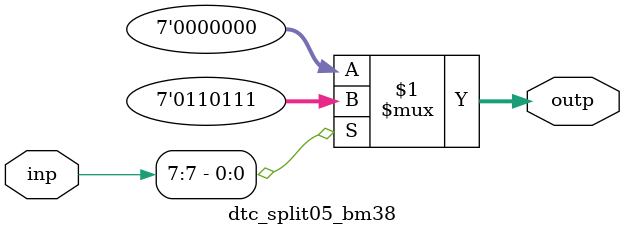
<source format=v>
module dtc_split05_bm38 (
	input  wire [8-1:0] inp,
	output wire [7-1:0] outp
);


	assign outp = (inp[7]) ? 7'b0110111 : 7'b0000000;

endmodule
</source>
